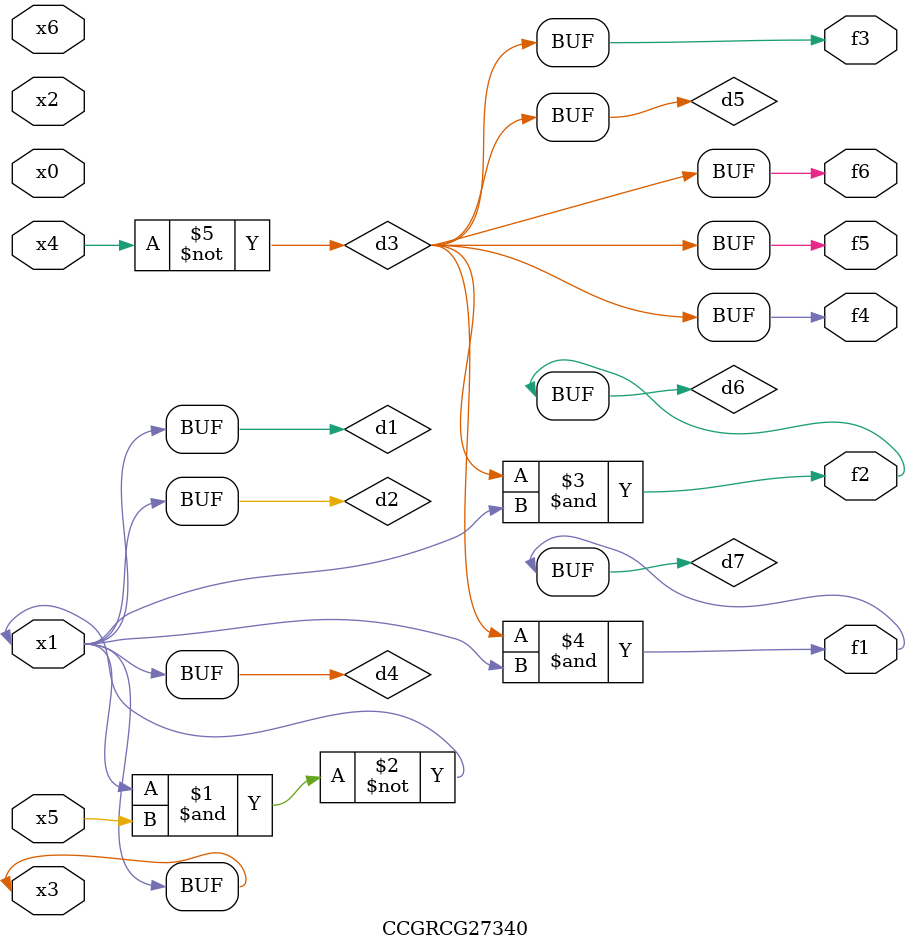
<source format=v>
module CCGRCG27340(
	input x0, x1, x2, x3, x4, x5, x6,
	output f1, f2, f3, f4, f5, f6
);

	wire d1, d2, d3, d4, d5, d6, d7;

	buf (d1, x1, x3);
	nand (d2, x1, x5);
	not (d3, x4);
	buf (d4, d1, d2);
	buf (d5, d3);
	and (d6, d3, d4);
	and (d7, d3, d4);
	assign f1 = d7;
	assign f2 = d6;
	assign f3 = d5;
	assign f4 = d5;
	assign f5 = d5;
	assign f6 = d5;
endmodule

</source>
